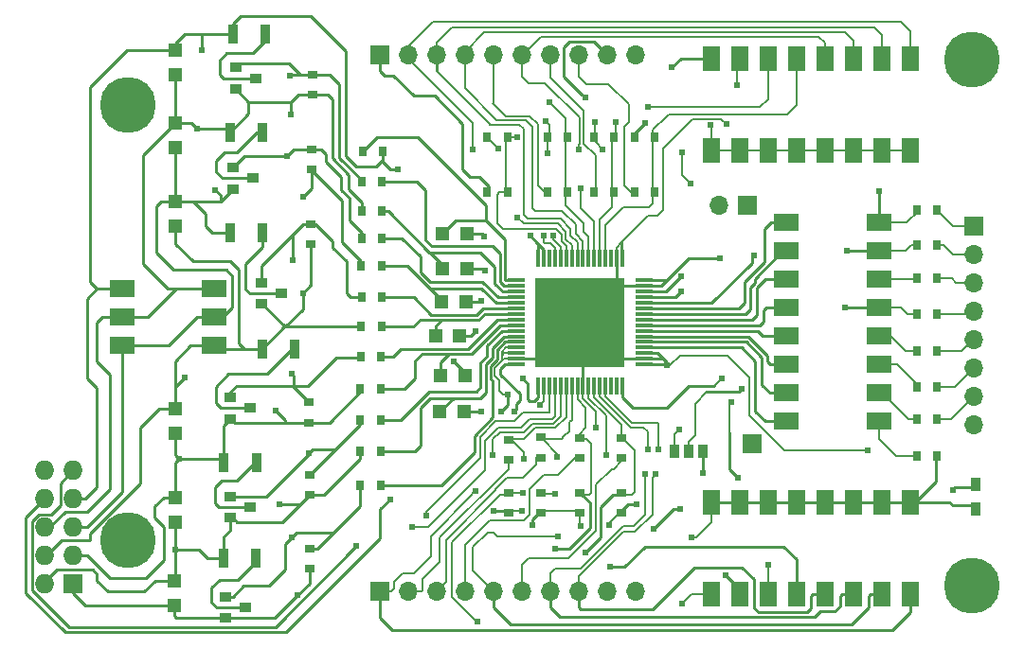
<source format=gbr>
G04 #@! TF.FileFunction,Copper,L1,Top,Signal*
%FSLAX46Y46*%
G04 Gerber Fmt 4.6, Leading zero omitted, Abs format (unit mm)*
G04 Created by KiCad (PCBNEW 4.0.7) date 05/28/18 23:31:17*
%MOMM*%
%LPD*%
G01*
G04 APERTURE LIST*
%ADD10C,0.100000*%
%ADD11C,5.000000*%
%ADD12R,2.200000X1.520000*%
%ADD13R,1.727200X1.727200*%
%ADD14O,1.727200X1.727200*%
%ADD15R,1.000000X0.910000*%
%ADD16R,0.800000X0.900000*%
%ADD17R,0.900000X0.800000*%
%ADD18R,0.900000X1.200000*%
%ADD19R,1.700000X1.700000*%
%ADD20O,1.700000X1.700000*%
%ADD21R,1.500000X0.300000*%
%ADD22R,0.300000X1.500000*%
%ADD23R,8.000000X8.000000*%
%ADD24C,0.400000*%
%ADD25R,0.900000X1.700000*%
%ADD26R,0.970000X1.270000*%
%ADD27R,1.520000X2.200000*%
%ADD28R,1.200000X1.250000*%
%ADD29R,1.250000X1.200000*%
%ADD30C,0.610000*%
%ADD31C,0.250000*%
%ADD32C,0.200000*%
%ADD33C,0.180000*%
G04 APERTURE END LIST*
D10*
D11*
X114000000Y-111800000D03*
X114000000Y-72860000D03*
X189410000Y-115880000D03*
D12*
X113450000Y-89270000D03*
X113450000Y-91810000D03*
X113450000Y-94350000D03*
X121710000Y-89270000D03*
X121710000Y-91810000D03*
X121710000Y-94350000D03*
D13*
X109100000Y-115700000D03*
D14*
X106560000Y-115700000D03*
X109100000Y-113160000D03*
X106560000Y-113160000D03*
X109100000Y-110620000D03*
X106560000Y-110620000D03*
X109100000Y-108080000D03*
X106560000Y-108080000D03*
X109100000Y-105540000D03*
X106560000Y-105540000D03*
D15*
X122670000Y-116850000D03*
X122670000Y-118750000D03*
X124440000Y-117800000D03*
X123120000Y-107900000D03*
X123120000Y-109800000D03*
X124890000Y-108850000D03*
X123160000Y-99020000D03*
X123160000Y-100920000D03*
X124930000Y-99970000D03*
X125950000Y-88750000D03*
X125950000Y-90650000D03*
X127720000Y-89700000D03*
X123610000Y-69500000D03*
X123610000Y-71400000D03*
X125380000Y-70450000D03*
X123350000Y-78450000D03*
X123350000Y-80350000D03*
X125120000Y-79400000D03*
D16*
X184480000Y-82280000D03*
X186280000Y-82280000D03*
X184510000Y-85340000D03*
X186310000Y-85340000D03*
X184510000Y-88370000D03*
X186310000Y-88370000D03*
X184510000Y-91560000D03*
X186310000Y-91560000D03*
X184510000Y-94890000D03*
X186310000Y-94890000D03*
X184510000Y-98040000D03*
X186310000Y-98040000D03*
X184510000Y-100950000D03*
X186310000Y-100950000D03*
X186310000Y-104250000D03*
X184510000Y-104250000D03*
X146090000Y-75740000D03*
X147890000Y-75740000D03*
X151460000Y-75720000D03*
X153260000Y-75720000D03*
X155610000Y-75740000D03*
X157410000Y-75740000D03*
X159250000Y-75720000D03*
X161050000Y-75720000D03*
X159250000Y-80650000D03*
X161050000Y-80650000D03*
X155610000Y-80670000D03*
X157410000Y-80670000D03*
X151460000Y-80670000D03*
X153260000Y-80670000D03*
X146090000Y-80670000D03*
X147890000Y-80670000D03*
D17*
X154340000Y-109340000D03*
X154340000Y-107540000D03*
X150860000Y-109330000D03*
X150860000Y-107530000D03*
X158060000Y-109350000D03*
X158060000Y-107550000D03*
X147980000Y-109350000D03*
X147980000Y-107550000D03*
X158060000Y-104420000D03*
X158060000Y-102620000D03*
X154340000Y-104410000D03*
X154340000Y-102610000D03*
X150860000Y-104400000D03*
X150860000Y-102600000D03*
X147980000Y-104610000D03*
X147980000Y-102810000D03*
X130230000Y-112560000D03*
X130230000Y-114360000D03*
D16*
X136540000Y-106870000D03*
X134740000Y-106870000D03*
X136540000Y-103860000D03*
X134740000Y-103860000D03*
D17*
X130260000Y-105930000D03*
X130260000Y-107730000D03*
D16*
X136540000Y-101040000D03*
X134740000Y-101040000D03*
X136550000Y-98220000D03*
X134750000Y-98220000D03*
D17*
X130150000Y-99460000D03*
X130150000Y-101260000D03*
D16*
X136600000Y-95370000D03*
X134800000Y-95370000D03*
X136640000Y-92700000D03*
X134840000Y-92700000D03*
D17*
X130300000Y-83530000D03*
X130300000Y-85330000D03*
D16*
X136640000Y-87260000D03*
X134840000Y-87260000D03*
D17*
X130380000Y-76790000D03*
X130380000Y-78590000D03*
D16*
X136690000Y-84760000D03*
X134890000Y-84760000D03*
X136700000Y-82360000D03*
X134900000Y-82360000D03*
D17*
X130490000Y-70120000D03*
X130490000Y-71920000D03*
D16*
X136690000Y-79720000D03*
X134890000Y-79720000D03*
X134930000Y-77010000D03*
X136730000Y-77010000D03*
D18*
X189740000Y-108980000D03*
X189740000Y-106780000D03*
D19*
X136480000Y-68330000D03*
D20*
X139020000Y-68330000D03*
X141560000Y-68330000D03*
X144100000Y-68330000D03*
X146640000Y-68330000D03*
X149180000Y-68330000D03*
X151720000Y-68330000D03*
X154260000Y-68330000D03*
X156800000Y-68330000D03*
X159340000Y-68330000D03*
D21*
X148700000Y-88550000D03*
X148700000Y-89050000D03*
X148700000Y-89550000D03*
X148700000Y-90050000D03*
X148700000Y-90550000D03*
X148700000Y-91050000D03*
X148700000Y-91550000D03*
X148700000Y-92050000D03*
X148700000Y-92550000D03*
X148700000Y-93050000D03*
X148700000Y-93550000D03*
X148700000Y-94050000D03*
X148700000Y-94550000D03*
X148700000Y-95050000D03*
X148700000Y-95550000D03*
X148700000Y-96050000D03*
D22*
X150650000Y-98000000D03*
X151150000Y-98000000D03*
X151650000Y-98000000D03*
X152150000Y-98000000D03*
X152650000Y-98000000D03*
X153150000Y-98000000D03*
X153650000Y-98000000D03*
X154150000Y-98000000D03*
X154650000Y-98000000D03*
X155150000Y-98000000D03*
X155650000Y-98000000D03*
X156150000Y-98000000D03*
X156650000Y-98000000D03*
X157150000Y-98000000D03*
X157650000Y-98000000D03*
X158150000Y-98000000D03*
D21*
X160100000Y-96050000D03*
X160100000Y-95550000D03*
X160100000Y-95050000D03*
X160100000Y-94550000D03*
X160100000Y-94050000D03*
X160100000Y-93550000D03*
X160100000Y-93050000D03*
X160100000Y-92550000D03*
X160100000Y-92050000D03*
X160100000Y-91550000D03*
X160100000Y-91050000D03*
X160100000Y-90550000D03*
X160100000Y-90050000D03*
X160100000Y-89550000D03*
X160100000Y-89050000D03*
X160100000Y-88550000D03*
D22*
X158150000Y-86600000D03*
X157650000Y-86600000D03*
X157150000Y-86600000D03*
X156650000Y-86600000D03*
X156150000Y-86600000D03*
X155650000Y-86600000D03*
X155150000Y-86600000D03*
X154650000Y-86600000D03*
X154150000Y-86600000D03*
X153650000Y-86600000D03*
X153150000Y-86600000D03*
X152650000Y-86600000D03*
X152150000Y-86600000D03*
X151650000Y-86600000D03*
X151150000Y-86600000D03*
X150650000Y-86600000D03*
D23*
X154400000Y-92300000D03*
D24*
X157650000Y-89050000D03*
X156350000Y-89050000D03*
X155050000Y-89050000D03*
X153750000Y-89050000D03*
X152450000Y-89050000D03*
X151150000Y-89050000D03*
X151150000Y-90350000D03*
X151150000Y-91650000D03*
X152450000Y-91650000D03*
X152450000Y-90350000D03*
X153750000Y-90350000D03*
X153750000Y-91650000D03*
X155050000Y-91650000D03*
X155050000Y-90350000D03*
X156350000Y-90350000D03*
X156350000Y-91650000D03*
X157650000Y-90350000D03*
X157650000Y-91650000D03*
X151150000Y-92950000D03*
X151150000Y-94250000D03*
X151150000Y-95550000D03*
X152450000Y-95550000D03*
X152450000Y-94250000D03*
X152450000Y-92950000D03*
X153750000Y-92950000D03*
X153750000Y-94250000D03*
X153750000Y-95550000D03*
X155050000Y-95550000D03*
X155050000Y-94250000D03*
X155050000Y-92950000D03*
X156350000Y-92950000D03*
X156350000Y-94250000D03*
X156350000Y-95550000D03*
X157650000Y-95550000D03*
X157650000Y-94250000D03*
X157650000Y-92950000D03*
D25*
X122490000Y-113390000D03*
X125390000Y-113390000D03*
X122550000Y-104830000D03*
X125450000Y-104830000D03*
X125960000Y-94720000D03*
X128860000Y-94720000D03*
X123110000Y-84270000D03*
X126010000Y-84270000D03*
X123100000Y-75290000D03*
X126000000Y-75290000D03*
X123370000Y-66500000D03*
X126270000Y-66500000D03*
D19*
X169320000Y-81810000D03*
D20*
X166780000Y-81810000D03*
D19*
X189600000Y-83650000D03*
D20*
X189600000Y-86190000D03*
X189600000Y-88730000D03*
X189600000Y-91270000D03*
X189600000Y-93810000D03*
X189600000Y-96350000D03*
X189600000Y-98890000D03*
X189600000Y-101430000D03*
D12*
X172840000Y-83350000D03*
X172840000Y-85890000D03*
X172840000Y-88430000D03*
X172840000Y-90970000D03*
X172840000Y-93510000D03*
X172840000Y-96050000D03*
X172840000Y-98590000D03*
X172840000Y-101130000D03*
X181100000Y-83350000D03*
X181100000Y-85890000D03*
X181100000Y-88430000D03*
X181100000Y-90970000D03*
X181100000Y-93510000D03*
X181100000Y-96050000D03*
X181100000Y-98590000D03*
X181100000Y-101130000D03*
D19*
X136480000Y-116330000D03*
D20*
X139020000Y-116330000D03*
X141560000Y-116330000D03*
X144100000Y-116330000D03*
X146640000Y-116330000D03*
X149180000Y-116330000D03*
X151720000Y-116330000D03*
X154260000Y-116330000D03*
X156800000Y-116330000D03*
X159340000Y-116330000D03*
D26*
X162830000Y-103810000D03*
X164100000Y-103810000D03*
X165370000Y-103810000D03*
D19*
X169740000Y-103150000D03*
D27*
X183890000Y-68670000D03*
X181350000Y-68670000D03*
X178810000Y-68670000D03*
X176270000Y-68670000D03*
X173730000Y-68670000D03*
X171190000Y-68670000D03*
X168650000Y-68670000D03*
X166110000Y-68670000D03*
X183890000Y-76930000D03*
X181350000Y-76930000D03*
X178810000Y-76930000D03*
X176270000Y-76930000D03*
X173730000Y-76930000D03*
X171190000Y-76930000D03*
X168650000Y-76930000D03*
X166110000Y-76930000D03*
X166110000Y-116630000D03*
X168650000Y-116630000D03*
X171190000Y-116630000D03*
X173730000Y-116630000D03*
X176270000Y-116630000D03*
X178810000Y-116630000D03*
X181350000Y-116630000D03*
X183890000Y-116630000D03*
X166110000Y-108370000D03*
X168650000Y-108370000D03*
X171190000Y-108370000D03*
X173730000Y-108370000D03*
X176270000Y-108370000D03*
X178810000Y-108370000D03*
X181350000Y-108370000D03*
X183890000Y-108370000D03*
D16*
X136660000Y-90040000D03*
X134860000Y-90040000D03*
D28*
X142050000Y-84380000D03*
X144250000Y-84380000D03*
D29*
X118250000Y-67920000D03*
X118250000Y-70120000D03*
D28*
X142050000Y-87530000D03*
X144250000Y-87530000D03*
D29*
X118230000Y-74460000D03*
X118230000Y-76660000D03*
D28*
X142010000Y-90490000D03*
X144210000Y-90490000D03*
D29*
X118220000Y-81460000D03*
X118220000Y-83660000D03*
D28*
X141450000Y-93510000D03*
X143650000Y-93510000D03*
D29*
X118190000Y-100040000D03*
X118190000Y-102240000D03*
D28*
X141910000Y-97040000D03*
X144110000Y-97040000D03*
D29*
X118240000Y-107980000D03*
X118240000Y-110180000D03*
D28*
X141870000Y-100290000D03*
X144070000Y-100290000D03*
D29*
X118130000Y-115410000D03*
X118130000Y-117610000D03*
D11*
X189410000Y-68780000D03*
D30*
X147310000Y-100310000D03*
X129140000Y-116740000D03*
X145540000Y-100280000D03*
X143070000Y-95790000D03*
X145020000Y-93100000D03*
X145580000Y-90380000D03*
X145880000Y-87680000D03*
X145840000Y-84600000D03*
X160170000Y-74430000D03*
X180120000Y-103790000D03*
X167480000Y-74560000D03*
X156430000Y-76840000D03*
X151300000Y-74310000D03*
X151520000Y-77200000D03*
X147120000Y-76770000D03*
X165370000Y-105790000D03*
X155820000Y-101720000D03*
X147910000Y-98770000D03*
X164340000Y-111500000D03*
X162120000Y-96160000D03*
X166890000Y-86570000D03*
X155720000Y-74380000D03*
X137420000Y-108120000D03*
X167940000Y-99400000D03*
X146630000Y-109210000D03*
X150100000Y-110470000D03*
X159420000Y-108540000D03*
X160940000Y-110780000D03*
X163340000Y-108980000D03*
X168490000Y-106180000D03*
X149210000Y-109210000D03*
X156950000Y-110410000D03*
X154450000Y-110530000D03*
X167070000Y-97320000D03*
X150770000Y-99690000D03*
X163400000Y-88210000D03*
X148510000Y-100250000D03*
X149240000Y-97340000D03*
X151170000Y-84520000D03*
X139360000Y-110600000D03*
X138100000Y-78620000D03*
X120540000Y-67970000D03*
X149930000Y-84550000D03*
X166060000Y-74650000D03*
X154830000Y-72210000D03*
X145050000Y-107370000D03*
X146600000Y-104210000D03*
X161150000Y-105880000D03*
X161360000Y-103660000D03*
X160200000Y-105870000D03*
X160420000Y-103650000D03*
X152380000Y-111430000D03*
X156690000Y-104210000D03*
X148800000Y-82920000D03*
X144760000Y-76850000D03*
X154260000Y-76790000D03*
X154470000Y-80310000D03*
X187680000Y-107270000D03*
X128480000Y-70250000D03*
X128200000Y-77420000D03*
X128670000Y-86690000D03*
X128610000Y-96880000D03*
X130150000Y-104020000D03*
X128600000Y-111530000D03*
X120150000Y-75000000D03*
X128500000Y-73710000D03*
X129660000Y-81040000D03*
X121800000Y-80470000D03*
X119090000Y-97250000D03*
X129600000Y-89670000D03*
X118540000Y-104550000D03*
X127190000Y-100200000D03*
X127540000Y-108570000D03*
X118230000Y-112640000D03*
X134400000Y-112340000D03*
X163210000Y-101910000D03*
X169970000Y-86320000D03*
X168840000Y-98250000D03*
X163520000Y-117440000D03*
X145230000Y-119040000D03*
X149300000Y-107550000D03*
X149370000Y-104550000D03*
X167400000Y-114920000D03*
X152140000Y-107630000D03*
X152370000Y-104370000D03*
X171240000Y-114020000D03*
X152200000Y-112540000D03*
X157030000Y-114200000D03*
X154870000Y-112900000D03*
X162590000Y-69490000D03*
X148780000Y-75740000D03*
X157540000Y-74410000D03*
X160490000Y-73050000D03*
X168450000Y-71080000D03*
X151670000Y-72580000D03*
X163380000Y-89540000D03*
X164230000Y-79850000D03*
X163520000Y-77050000D03*
X151970000Y-84550000D03*
X140620000Y-109590000D03*
X181110000Y-80530000D03*
X178250000Y-85870000D03*
X178100000Y-90970000D03*
D31*
X147910000Y-99710000D02*
X147910000Y-98770000D01*
X147310000Y-100310000D02*
X147910000Y-99710000D01*
X129140000Y-116740000D02*
X130230000Y-115650000D01*
X130230000Y-115650000D02*
X130230000Y-114360000D01*
X122670000Y-118750000D02*
X127130000Y-118750000D01*
X127130000Y-118750000D02*
X129140000Y-116740000D01*
X109100000Y-115700000D02*
X109100000Y-116560000D01*
X109100000Y-116560000D02*
X110150000Y-117610000D01*
X110150000Y-117610000D02*
X118130000Y-117610000D01*
X118130000Y-117610000D02*
X118130000Y-118580000D01*
X118300000Y-118750000D02*
X122670000Y-118750000D01*
X118130000Y-118580000D02*
X118300000Y-118750000D01*
X145530000Y-100290000D02*
X144070000Y-100290000D01*
X145540000Y-100280000D02*
X145530000Y-100290000D01*
X143070000Y-95790000D02*
X144110000Y-96830000D01*
X144110000Y-96830000D02*
X144110000Y-97040000D01*
X144610000Y-93510000D02*
X143650000Y-93510000D01*
X145020000Y-93100000D02*
X144610000Y-93510000D01*
X145470000Y-90490000D02*
X144210000Y-90490000D01*
X145580000Y-90380000D02*
X145470000Y-90490000D01*
X144250000Y-84380000D02*
X145620000Y-84380000D01*
X145730000Y-87530000D02*
X144250000Y-87530000D01*
X145880000Y-87680000D02*
X145730000Y-87530000D01*
X145620000Y-84380000D02*
X145840000Y-84600000D01*
D32*
X147385000Y-95245000D02*
X147385000Y-94925000D01*
X147385000Y-94925000D02*
X147760000Y-94550000D01*
X147760000Y-94550000D02*
X148700000Y-94550000D01*
D31*
X159250000Y-75720000D02*
X159250000Y-75350000D01*
X159250000Y-75350000D02*
X160170000Y-74430000D01*
X158125000Y-85125000D02*
X158125000Y-86575000D01*
X158125000Y-86575000D02*
X158150000Y-86600000D01*
X160100000Y-88550000D02*
X162100000Y-88550000D01*
X162100000Y-88550000D02*
X162110000Y-88540000D01*
X161770000Y-95550000D02*
X161770000Y-95510000D01*
X161310000Y-95050000D02*
X160100000Y-95050000D01*
X161770000Y-95510000D02*
X161310000Y-95050000D01*
X162120000Y-96160000D02*
X162120000Y-95850000D01*
X161820000Y-95550000D02*
X161770000Y-95550000D01*
X161770000Y-95550000D02*
X160100000Y-95550000D01*
X162120000Y-95850000D02*
X161820000Y-95550000D01*
D32*
X147385000Y-95725000D02*
X147385000Y-95245000D01*
X147580000Y-95050000D02*
X148700000Y-95050000D01*
X147385000Y-95245000D02*
X147580000Y-95050000D01*
X162120000Y-96160000D02*
X162410000Y-96160000D01*
X180060000Y-103730000D02*
X180120000Y-103790000D01*
X172660000Y-103730000D02*
X180060000Y-103730000D01*
X169550000Y-100620000D02*
X172660000Y-103730000D01*
X169550000Y-97270000D02*
X169550000Y-100620000D01*
X167530000Y-95250000D02*
X169550000Y-97270000D01*
X163320000Y-95250000D02*
X167530000Y-95250000D01*
X162410000Y-96160000D02*
X163320000Y-95250000D01*
D31*
X183890000Y-108370000D02*
X187400000Y-108370000D01*
X187710000Y-108680000D02*
X189740000Y-108680000D01*
X187400000Y-108370000D02*
X187710000Y-108680000D01*
D32*
X164470000Y-74090000D02*
X167010000Y-74090000D01*
X167010000Y-74090000D02*
X167480000Y-74560000D01*
X161850000Y-76710000D02*
X164470000Y-74090000D01*
X161850000Y-82260000D02*
X161850000Y-76710000D01*
X161330000Y-82780000D02*
X161850000Y-82260000D01*
X160470000Y-82780000D02*
X161330000Y-82780000D01*
X157650000Y-86600000D02*
X157650000Y-85600000D01*
X157650000Y-85600000D02*
X158125000Y-85125000D01*
X158125000Y-85125000D02*
X160470000Y-82780000D01*
D31*
X183890000Y-108370000D02*
X184360000Y-108370000D01*
X184360000Y-108370000D02*
X186160000Y-106570000D01*
X186160000Y-106570000D02*
X186160000Y-104250000D01*
D32*
X155760000Y-75740000D02*
X155760000Y-76170000D01*
X155760000Y-76170000D02*
X156430000Y-76840000D01*
X155720000Y-74380000D02*
X155720000Y-75700000D01*
X155720000Y-75700000D02*
X155760000Y-75740000D01*
X151610000Y-75720000D02*
X151610000Y-74620000D01*
X151610000Y-74620000D02*
X151300000Y-74310000D01*
X151520000Y-77200000D02*
X151520000Y-75810000D01*
X151520000Y-75810000D02*
X151610000Y-75720000D01*
X146240000Y-75740000D02*
X146240000Y-75890000D01*
X146240000Y-75890000D02*
X147120000Y-76770000D01*
D31*
X165370000Y-103810000D02*
X165370000Y-105790000D01*
D32*
X155820000Y-101720000D02*
X155820000Y-100274828D01*
X155820000Y-100274828D02*
X154650000Y-99104828D01*
X154650000Y-99104828D02*
X154650000Y-98000000D01*
X146764999Y-96345001D02*
X147385000Y-95725000D01*
X147485736Y-98770000D02*
X147170000Y-98454264D01*
X147910000Y-98770000D02*
X147485736Y-98770000D01*
X146764999Y-97082001D02*
X146764999Y-96345001D01*
X147170000Y-97487002D02*
X146764999Y-97082001D01*
X147170000Y-98454264D02*
X147170000Y-97487002D01*
X147385000Y-95725000D02*
X147560000Y-95550000D01*
X147560000Y-95550000D02*
X148700000Y-95550000D01*
X164340000Y-111500000D02*
X164771335Y-111500000D01*
X164771335Y-111500000D02*
X166110000Y-110161335D01*
X166110000Y-110161335D02*
X166110000Y-108370000D01*
X155760000Y-75740000D02*
X155830000Y-75740000D01*
D31*
X181350000Y-108370000D02*
X183890000Y-108370000D01*
X178810000Y-108370000D02*
X181350000Y-108370000D01*
X176270000Y-108370000D02*
X178810000Y-108370000D01*
X173730000Y-108370000D02*
X176270000Y-108370000D01*
X171190000Y-108370000D02*
X173730000Y-108370000D01*
X168650000Y-108370000D02*
X171190000Y-108370000D01*
X166110000Y-108370000D02*
X168650000Y-108370000D01*
X162010000Y-96050000D02*
X160100000Y-96050000D01*
X162120000Y-96160000D02*
X162010000Y-96050000D01*
X160100000Y-89050000D02*
X161600000Y-89050000D01*
X164080000Y-86570000D02*
X166890000Y-86570000D01*
X161600000Y-89050000D02*
X162110000Y-88540000D01*
X162110000Y-88540000D02*
X164080000Y-86570000D01*
X154650000Y-98000000D02*
X154650000Y-92550000D01*
X154650000Y-92550000D02*
X154400000Y-92300000D01*
X148700000Y-95550000D02*
X151150000Y-95550000D01*
X151150000Y-95550000D02*
X154400000Y-92300000D01*
X157650000Y-86600000D02*
X157650000Y-89050000D01*
X157650000Y-89050000D02*
X154400000Y-92300000D01*
X160100000Y-89050000D02*
X157650000Y-89050000D01*
X157650000Y-89050000D02*
X154400000Y-92300000D01*
X160100000Y-95550000D02*
X157650000Y-95550000D01*
X157650000Y-95550000D02*
X154400000Y-92300000D01*
X106560000Y-108080000D02*
X106560000Y-108090000D01*
X106560000Y-108090000D02*
X104850000Y-109800000D01*
X104850000Y-109800000D02*
X104850000Y-116500000D01*
X104850000Y-116500000D02*
X108370000Y-120020000D01*
X108370000Y-120020000D02*
X128100000Y-120020000D01*
X128100000Y-120020000D02*
X136530000Y-111590000D01*
X136530000Y-111590000D02*
X136530000Y-109010000D01*
X136530000Y-109010000D02*
X137420000Y-108120000D01*
X162170000Y-99910000D02*
X164080000Y-98000000D01*
X164080000Y-98000000D02*
X166390000Y-98000000D01*
X159060000Y-99910000D02*
X162170000Y-99910000D01*
X158150000Y-98000000D02*
X158150000Y-99000000D01*
X158150000Y-99000000D02*
X159060000Y-99910000D01*
D32*
X167720000Y-102124264D02*
X167720000Y-99620000D01*
X167720000Y-99620000D02*
X167940000Y-99400000D01*
D31*
X150100000Y-110470000D02*
X150100000Y-109940000D01*
X150100000Y-109940000D02*
X150860000Y-109180000D01*
X159420000Y-108540000D02*
X158720000Y-108540000D01*
X158720000Y-108540000D02*
X158060000Y-109200000D01*
X163340000Y-108980000D02*
X162740000Y-108980000D01*
X162740000Y-108980000D02*
X160940000Y-110780000D01*
X167720000Y-102124264D02*
X167720000Y-105410000D01*
X167720000Y-105410000D02*
X168490000Y-106180000D01*
X146630000Y-109210000D02*
X147970000Y-109210000D01*
X147970000Y-109210000D02*
X147980000Y-109200000D01*
D32*
X150860000Y-109180000D02*
X154330000Y-109180000D01*
X147980000Y-109200000D02*
X149200000Y-109200000D01*
X149200000Y-109200000D02*
X149210000Y-109210000D01*
X156950000Y-110410000D02*
X156950000Y-110310000D01*
X156950000Y-110310000D02*
X158060000Y-109200000D01*
X154340000Y-109190000D02*
X154340000Y-110420000D01*
X154340000Y-110420000D02*
X154450000Y-110530000D01*
X154330000Y-109180000D02*
X154340000Y-109190000D01*
X166390000Y-98000000D02*
X167070000Y-97320000D01*
X150770000Y-99690000D02*
X151150000Y-99310000D01*
X151150000Y-99310000D02*
X151150000Y-98000000D01*
D31*
X160100000Y-89550000D02*
X162060000Y-89550000D01*
X162060000Y-89550000D02*
X163400000Y-88210000D01*
X147700000Y-96050000D02*
X147260000Y-96490000D01*
X148700000Y-96050000D02*
X147700000Y-96050000D01*
X147260000Y-96490000D02*
X147260000Y-96970000D01*
X147260000Y-96970000D02*
X149000000Y-98710000D01*
X149000000Y-99270000D02*
X148700000Y-99570000D01*
X149000000Y-98710000D02*
X149000000Y-99270000D01*
X148700000Y-100060000D02*
X148700000Y-99570000D01*
X148510000Y-100250000D02*
X148700000Y-100060000D01*
X149900000Y-99340000D02*
X149697410Y-99137410D01*
X149697410Y-99137410D02*
X149697410Y-97797410D01*
X149697410Y-97797410D02*
X149240000Y-97340000D01*
X150280000Y-99340000D02*
X149900000Y-99340000D01*
X150512401Y-99107599D02*
X150280000Y-99340000D01*
X150650000Y-98000000D02*
X150650000Y-99000000D01*
X150650000Y-99000000D02*
X150542401Y-99107599D01*
X150542401Y-99107599D02*
X150512401Y-99107599D01*
D32*
X152150000Y-86600000D02*
X152150000Y-85620000D01*
X151170000Y-85140000D02*
X151170000Y-84520000D01*
X151250000Y-85220000D02*
X151170000Y-85140000D01*
X151750000Y-85220000D02*
X151250000Y-85220000D01*
X152150000Y-85620000D02*
X151750000Y-85220000D01*
X141160000Y-110240000D02*
X140800000Y-110600000D01*
X140800000Y-110600000D02*
X139360000Y-110600000D01*
X141160000Y-110230000D02*
X141160000Y-110240000D01*
X152150000Y-98000000D02*
X152150000Y-100685172D01*
X152150000Y-100685172D02*
X151895172Y-100940000D01*
X151895172Y-100940000D02*
X149880000Y-100940000D01*
X149100010Y-101719990D02*
X147050010Y-101719990D01*
X149880000Y-100940000D02*
X149100010Y-101719990D01*
X147050010Y-101719990D02*
X145860000Y-102910000D01*
X145860000Y-102910000D02*
X145860000Y-105530000D01*
X145860000Y-105530000D02*
X141160000Y-110230000D01*
D31*
X118250000Y-67920000D02*
X113880000Y-67920000D01*
X113880000Y-67920000D02*
X110600000Y-71200000D01*
X110600000Y-71200000D02*
X110600000Y-88650000D01*
X110600000Y-88650000D02*
X111220000Y-89270000D01*
X136730000Y-77900000D02*
X137450000Y-78620000D01*
X137450000Y-78620000D02*
X138100000Y-78620000D01*
X136730000Y-77780000D02*
X136730000Y-77900000D01*
X109100000Y-108080000D02*
X110140000Y-108080000D01*
X111220000Y-89270000D02*
X113450000Y-89270000D01*
X110300000Y-90190000D02*
X111220000Y-89270000D01*
X110300000Y-97300000D02*
X110300000Y-90190000D01*
X111170000Y-98170000D02*
X110300000Y-97300000D01*
X111170000Y-107050000D02*
X111170000Y-98170000D01*
X110140000Y-108080000D02*
X111170000Y-107050000D01*
X120600000Y-66500000D02*
X120600000Y-67910000D01*
X120600000Y-67910000D02*
X120540000Y-67970000D01*
X118250000Y-67920000D02*
X118250000Y-67340000D01*
X118250000Y-67340000D02*
X119090000Y-66500000D01*
X119090000Y-66500000D02*
X120600000Y-66500000D01*
X120600000Y-66500000D02*
X123370000Y-66500000D01*
X123370000Y-66500000D02*
X123370000Y-65590000D01*
X136730000Y-77780000D02*
X136730000Y-77010000D01*
X136140000Y-78370000D02*
X136730000Y-77780000D01*
X134420000Y-78370000D02*
X136140000Y-78370000D01*
X133480000Y-77430000D02*
X134420000Y-78370000D01*
X133480000Y-68050000D02*
X133480000Y-77430000D01*
X130330000Y-64900000D02*
X133480000Y-68050000D01*
X124060000Y-64900000D02*
X130330000Y-64900000D01*
X123370000Y-65590000D02*
X124060000Y-64900000D01*
X150470000Y-85120000D02*
X150470000Y-85090000D01*
X150470000Y-85090000D02*
X149930000Y-84550000D01*
X151140000Y-85790000D02*
X150470000Y-85120000D01*
X150650000Y-86600000D02*
X150650000Y-85300000D01*
D32*
X150650000Y-85300000D02*
X150470000Y-85120000D01*
D31*
X151140000Y-85870000D02*
X151140000Y-85790000D01*
X151150000Y-86600000D02*
X151150000Y-85880000D01*
X151150000Y-85880000D02*
X151140000Y-85870000D01*
D32*
X181350000Y-76930000D02*
X183890000Y-76930000D01*
X178810000Y-76930000D02*
X181350000Y-76930000D01*
X176270000Y-76930000D02*
X178810000Y-76930000D01*
X173730000Y-76930000D02*
X176270000Y-76930000D01*
X171190000Y-76930000D02*
X173730000Y-76930000D01*
X168650000Y-76930000D02*
X171190000Y-76930000D01*
X166110000Y-76930000D02*
X168650000Y-76930000D01*
X166110000Y-74700000D02*
X166110000Y-76930000D01*
X166060000Y-74650000D02*
X166110000Y-74700000D01*
D31*
X147680000Y-88530000D02*
X147680000Y-84840000D01*
X147680000Y-84840000D02*
X147430000Y-84590000D01*
X148700000Y-88550000D02*
X147700000Y-88550000D01*
X147700000Y-88550000D02*
X147680000Y-88530000D01*
X145980000Y-83140000D02*
X143290000Y-83140000D01*
X143290000Y-83140000D02*
X142050000Y-84380000D01*
X136220000Y-75720000D02*
X134930000Y-77010000D01*
X139850000Y-75720000D02*
X136220000Y-75720000D01*
X145980000Y-81850000D02*
X139850000Y-75720000D01*
X145980000Y-83140000D02*
X145980000Y-81850000D01*
X147430000Y-84590000D02*
X145980000Y-83140000D01*
X148700000Y-89550000D02*
X147480000Y-89550000D01*
X145460000Y-86030000D02*
X140910000Y-86030000D01*
X146780000Y-87350000D02*
X145460000Y-86030000D01*
X146780000Y-88850000D02*
X146780000Y-87350000D01*
X147480000Y-89550000D02*
X146780000Y-88850000D01*
X136700000Y-82360000D02*
X137240000Y-82360000D01*
X137240000Y-82360000D02*
X140910000Y-86030000D01*
X140910000Y-86030000D02*
X141145000Y-86265000D01*
X141145000Y-86265000D02*
X142050000Y-87170000D01*
X142050000Y-87170000D02*
X142050000Y-87530000D01*
X140945000Y-89245000D02*
X145575000Y-89245000D01*
X146880000Y-90550000D02*
X148700000Y-90550000D01*
X145575000Y-89245000D02*
X146880000Y-90550000D01*
X136640000Y-87260000D02*
X138960000Y-87260000D01*
X138960000Y-87260000D02*
X140945000Y-89245000D01*
X140945000Y-89245000D02*
X142010000Y-90310000D01*
X142010000Y-90310000D02*
X142010000Y-90490000D01*
X142220000Y-92070000D02*
X145340000Y-92070000D01*
X140100000Y-92070000D02*
X142220000Y-92070000D01*
X142220000Y-92070000D02*
X142015000Y-92070000D01*
X142015000Y-92070000D02*
X141450000Y-92635000D01*
X141450000Y-92635000D02*
X141450000Y-93510000D01*
X136640000Y-92700000D02*
X139470000Y-92700000D01*
X139470000Y-92700000D02*
X140100000Y-92070000D01*
X145340000Y-92070000D02*
X145860000Y-91550000D01*
X145860000Y-91550000D02*
X148700000Y-91550000D01*
X141910000Y-97040000D02*
X141910000Y-95860000D01*
X141910000Y-95860000D02*
X142687590Y-95082410D01*
X136550000Y-98220000D02*
X138710000Y-98220000D01*
X138710000Y-98220000D02*
X139630000Y-97300000D01*
X139630000Y-97300000D02*
X139630000Y-95740000D01*
X139630000Y-95740000D02*
X140287590Y-95082410D01*
X140287590Y-95082410D02*
X142687590Y-95082410D01*
X142687590Y-95082410D02*
X144727590Y-95082410D01*
X144727590Y-95082410D02*
X147260000Y-92550000D01*
X147260000Y-92550000D02*
X148700000Y-92550000D01*
X143080000Y-99080000D02*
X141000000Y-99080000D01*
X139610000Y-103860000D02*
X136540000Y-103860000D01*
X140110000Y-103360000D02*
X139610000Y-103860000D01*
X140110000Y-99970000D02*
X140110000Y-103360000D01*
X141000000Y-99080000D02*
X140110000Y-99970000D01*
X148700000Y-93550000D02*
X147560000Y-93550000D01*
X143080000Y-99080000D02*
X141870000Y-100290000D01*
X145430000Y-99080000D02*
X143080000Y-99080000D01*
X145940000Y-98570000D02*
X145430000Y-99080000D01*
X145940000Y-96040918D02*
X145940000Y-98570000D01*
X146540000Y-95440918D02*
X145940000Y-96040918D01*
X146540000Y-94570000D02*
X146540000Y-95440918D01*
X147560000Y-93550000D02*
X146540000Y-94570000D01*
X154830000Y-72210000D02*
X154530001Y-71910001D01*
X154530001Y-71910001D02*
X154530001Y-71880002D01*
X154530001Y-71880002D02*
X152920000Y-70270001D01*
X153390000Y-67180000D02*
X155650000Y-67180000D01*
X155650000Y-67180000D02*
X156800000Y-68330000D01*
X152920000Y-67650000D02*
X153390000Y-67180000D01*
X152920000Y-70270001D02*
X152920000Y-67650000D01*
X136480000Y-116330000D02*
X136480000Y-118740000D01*
X183890000Y-118220000D02*
X183890000Y-116630000D01*
X182280000Y-119830000D02*
X183890000Y-118220000D01*
X137570000Y-119830000D02*
X182280000Y-119830000D01*
X136480000Y-118740000D02*
X137570000Y-119830000D01*
D32*
X137750000Y-116110000D02*
X137530000Y-116330000D01*
X137530000Y-116330000D02*
X136480000Y-116330000D01*
X137750000Y-115530000D02*
X137750000Y-116110000D01*
X138510000Y-114770000D02*
X137750000Y-115530000D01*
X139520000Y-114770000D02*
X138510000Y-114770000D01*
X141030000Y-113260000D02*
X139520000Y-114770000D01*
X141030000Y-111440000D02*
X141030000Y-113260000D01*
X144750001Y-107719999D02*
X141030000Y-111440000D01*
X145050000Y-107370000D02*
X144750001Y-107669999D01*
X144750001Y-107669999D02*
X144750001Y-107719999D01*
D31*
X183890000Y-116940000D02*
X183890000Y-116630000D01*
X183890000Y-116970000D02*
X183890000Y-116630000D01*
D32*
X147220000Y-102100000D02*
X146600000Y-102720000D01*
X146600000Y-102720000D02*
X146600000Y-104210000D01*
X149370000Y-102100000D02*
X147220000Y-102100000D01*
X150100000Y-101370000D02*
X149370000Y-102100000D01*
X152002586Y-101370000D02*
X150100000Y-101370000D01*
X152650000Y-100722586D02*
X152002586Y-101370000D01*
X152650000Y-98000000D02*
X152650000Y-100722586D01*
D31*
X154260000Y-116330000D02*
X154260000Y-117790000D01*
X154260000Y-117790000D02*
X154410000Y-117940000D01*
X154410000Y-117940000D02*
X160870000Y-117940000D01*
X160870000Y-117940000D02*
X164590000Y-114220000D01*
X175220000Y-116630000D02*
X176270000Y-116630000D01*
X164590000Y-114220000D02*
X168860000Y-114220000D01*
X169940000Y-117870000D02*
X170330000Y-118260000D01*
X168860000Y-114220000D02*
X169940000Y-115300000D01*
X169940000Y-115300000D02*
X169940000Y-117870000D01*
X174650000Y-118260000D02*
X175050000Y-117860000D01*
X170330000Y-118260000D02*
X174650000Y-118260000D01*
X175050000Y-117860000D02*
X175050000Y-116800000D01*
X175050000Y-116800000D02*
X175220000Y-116630000D01*
D32*
X158267414Y-111030000D02*
X154260000Y-115037414D01*
X154260000Y-115037414D02*
X154260000Y-116330000D01*
X160845001Y-109494999D02*
X159310000Y-111030000D01*
X159310000Y-111030000D02*
X158267414Y-111030000D01*
X161150000Y-105880000D02*
X160845001Y-106184999D01*
X160845001Y-106184999D02*
X160845001Y-109494999D01*
X159050000Y-101290000D02*
X161310000Y-101290000D01*
X161310000Y-101290000D02*
X161360000Y-101340000D01*
X156650000Y-98000000D02*
X156650000Y-98890000D01*
X161360000Y-101340000D02*
X161360000Y-103660000D01*
X156650000Y-98890000D02*
X159050000Y-101290000D01*
D31*
X151720000Y-116330000D02*
X151720000Y-117840000D01*
X151720000Y-117840000D02*
X152570010Y-118690010D01*
X152570010Y-118690010D02*
X175339990Y-118690010D01*
X175339990Y-118690010D02*
X175890000Y-118140000D01*
X175890000Y-118140000D02*
X177169002Y-118140000D01*
X177169002Y-118140000D02*
X177630000Y-117679002D01*
X177630000Y-117679002D02*
X177630000Y-116800000D01*
X177630000Y-116800000D02*
X177800000Y-116630000D01*
X177800000Y-116630000D02*
X178810000Y-116630000D01*
D32*
X152140000Y-114330000D02*
X151720000Y-114750000D01*
X151720000Y-114750000D02*
X151720000Y-116330000D01*
X154430000Y-114330000D02*
X152140000Y-114330000D01*
X158240000Y-110520000D02*
X154430000Y-114330000D01*
X159190000Y-110520000D02*
X158240000Y-110520000D01*
X160200000Y-105870000D02*
X160200000Y-109510000D01*
X160200000Y-109510000D02*
X159190000Y-110520000D01*
X160070000Y-101710000D02*
X160420000Y-102060000D01*
X160420000Y-102060000D02*
X160420000Y-103650000D01*
X158910000Y-101710000D02*
X160070000Y-101710000D01*
X156150000Y-98000000D02*
X156150000Y-98950000D01*
X156150000Y-98950000D02*
X158910000Y-101710000D01*
X152380000Y-111430000D02*
X147010000Y-111430000D01*
X147010000Y-111430000D02*
X146680000Y-111100000D01*
X146680000Y-111100000D02*
X146114198Y-111100000D01*
X146114198Y-111100000D02*
X144790000Y-112424198D01*
X144790000Y-112424198D02*
X144790000Y-114480000D01*
X144790000Y-114480000D02*
X146640000Y-116330000D01*
D31*
X146640000Y-116330000D02*
X146640000Y-117780000D01*
X146640000Y-117780000D02*
X148155001Y-119295001D01*
X148155001Y-119295001D02*
X178644999Y-119295001D01*
X180160000Y-117780000D02*
X180160000Y-116810000D01*
X178644999Y-119295001D02*
X180160000Y-117780000D01*
X180160000Y-116810000D02*
X180340000Y-116630000D01*
X180340000Y-116630000D02*
X181350000Y-116630000D01*
D32*
X155150000Y-99067414D02*
X156690000Y-100607414D01*
X156690000Y-100607414D02*
X156690000Y-104210000D01*
X155150000Y-98000000D02*
X155150000Y-99067414D01*
X153650000Y-86600000D02*
X153650000Y-85350000D01*
X149330000Y-83450000D02*
X148800000Y-82920000D01*
X152430000Y-83450000D02*
X149330000Y-83450000D01*
X153130000Y-84150000D02*
X152430000Y-83450000D01*
X153130000Y-84830000D02*
X153130000Y-84150000D01*
X153650000Y-85350000D02*
X153130000Y-84830000D01*
X139020000Y-68330000D02*
X139020000Y-68710000D01*
X139020000Y-68710000D02*
X144760000Y-74450000D01*
X144760000Y-74450000D02*
X144760000Y-76850000D01*
X139020000Y-68330000D02*
X139020000Y-67590000D01*
X139020000Y-67590000D02*
X141230000Y-65380000D01*
X183890000Y-66220000D02*
X183890000Y-68670000D01*
X183050000Y-65380000D02*
X183890000Y-66220000D01*
X141230000Y-65380000D02*
X183050000Y-65380000D01*
X149760000Y-70870000D02*
X149180000Y-70290000D01*
X149180000Y-70290000D02*
X149180000Y-68330000D01*
X151260000Y-70870000D02*
X149760000Y-70870000D01*
X154320000Y-73930000D02*
X151260000Y-70870000D01*
X154320000Y-76305736D02*
X154320000Y-73930000D01*
X154260000Y-76790000D02*
X154260000Y-76365736D01*
X154260000Y-76365736D02*
X154320000Y-76305736D01*
X149180000Y-68330000D02*
X149300000Y-68330000D01*
X149300000Y-68330000D02*
X150880000Y-66750000D01*
X176270000Y-67300000D02*
X176270000Y-68670000D01*
X175720000Y-66750000D02*
X176270000Y-67300000D01*
X150880000Y-66750000D02*
X175720000Y-66750000D01*
X155650000Y-86600000D02*
X155650000Y-83230000D01*
X154470000Y-82050000D02*
X154470000Y-80310000D01*
X155650000Y-83230000D02*
X154470000Y-82050000D01*
D31*
X187870000Y-107080000D02*
X189740000Y-107080000D01*
X187680000Y-107270000D02*
X187870000Y-107080000D01*
X128610000Y-70120000D02*
X129390000Y-70120000D01*
X128480000Y-70250000D02*
X128610000Y-70120000D01*
X130490000Y-70120000D02*
X129390000Y-70120000D01*
X128360000Y-69090000D02*
X124020000Y-69090000D01*
X129390000Y-70120000D02*
X128360000Y-69090000D01*
X124020000Y-69090000D02*
X123610000Y-69500000D01*
X134890000Y-79720000D02*
X134890000Y-79550000D01*
X134890000Y-79550000D02*
X132890000Y-77550000D01*
X132890000Y-77550000D02*
X132890000Y-71000000D01*
X132890000Y-71000000D02*
X132010000Y-70120000D01*
X132010000Y-70120000D02*
X130490000Y-70120000D01*
X128200000Y-77420000D02*
X124380000Y-77420000D01*
X124380000Y-77420000D02*
X123350000Y-78450000D01*
X130380000Y-76790000D02*
X128830000Y-76790000D01*
X128830000Y-76790000D02*
X128200000Y-77420000D01*
X134890000Y-84760000D02*
X134890000Y-84300000D01*
X131270000Y-76790000D02*
X130380000Y-76790000D01*
X131690000Y-77210000D02*
X131270000Y-76790000D01*
X131690000Y-77910000D02*
X131690000Y-77210000D01*
X133060000Y-79280000D02*
X131690000Y-77910000D01*
X133060000Y-80450000D02*
X133060000Y-79280000D01*
X133770000Y-81160000D02*
X133060000Y-80450000D01*
X133770000Y-83180000D02*
X133770000Y-81160000D01*
X134890000Y-84300000D02*
X133770000Y-83180000D01*
X130300000Y-83530000D02*
X130740000Y-83530000D01*
X130740000Y-83530000D02*
X132280000Y-85070000D01*
X133870000Y-90040000D02*
X134860000Y-90040000D01*
X133500000Y-89670000D02*
X133870000Y-90040000D01*
X133500000Y-86820000D02*
X133500000Y-89670000D01*
X132280000Y-85600000D02*
X133500000Y-86820000D01*
X132280000Y-85070000D02*
X132280000Y-85600000D01*
X128665000Y-84485000D02*
X128665000Y-86685000D01*
X128665000Y-86685000D02*
X128670000Y-86690000D01*
X125950000Y-88750000D02*
X125950000Y-87200000D01*
X129620000Y-83530000D02*
X130300000Y-83530000D01*
X125950000Y-87200000D02*
X128665000Y-84485000D01*
X128665000Y-84485000D02*
X129620000Y-83530000D01*
X128790000Y-97990000D02*
X128790000Y-97060000D01*
X128790000Y-97060000D02*
X128610000Y-96880000D01*
X128680000Y-97990000D02*
X128790000Y-97990000D01*
X128790000Y-97990000D02*
X130040000Y-97990000D01*
X132600000Y-95430000D02*
X134740000Y-95430000D01*
X130040000Y-97990000D02*
X132600000Y-95430000D01*
X134740000Y-95430000D02*
X134800000Y-95370000D01*
X123160000Y-99020000D02*
X123160000Y-98540000D01*
X128680000Y-97990000D02*
X130150000Y-99460000D01*
X123710000Y-97990000D02*
X128680000Y-97990000D01*
X123160000Y-98540000D02*
X123710000Y-97990000D01*
X130150000Y-104020000D02*
X130150000Y-104060000D01*
X126310000Y-107900000D02*
X123120000Y-107900000D01*
X130150000Y-104060000D02*
X126310000Y-107900000D01*
X132525000Y-103665000D02*
X130505000Y-103665000D01*
X130505000Y-103665000D02*
X130150000Y-104020000D01*
X134740000Y-101040000D02*
X134740000Y-101450000D01*
X134740000Y-101450000D02*
X132525000Y-103665000D01*
X132525000Y-103665000D02*
X130260000Y-105930000D01*
X122670000Y-116850000D02*
X123350000Y-116850000D01*
X128030000Y-112100000D02*
X128600000Y-111530000D01*
X128030000Y-114420000D02*
X128030000Y-112100000D01*
X126570000Y-115880000D02*
X128030000Y-114420000D01*
X124320000Y-115880000D02*
X126570000Y-115880000D01*
X123350000Y-116850000D02*
X124320000Y-115880000D01*
X132360000Y-111100000D02*
X129030000Y-111100000D01*
X129030000Y-111100000D02*
X128600000Y-111530000D01*
X130230000Y-112560000D02*
X130900000Y-112560000D01*
X134740000Y-108720000D02*
X134740000Y-106870000D01*
X130900000Y-112560000D02*
X132360000Y-111100000D01*
X132360000Y-111100000D02*
X134740000Y-108720000D01*
X115330000Y-87090000D02*
X115330000Y-77335000D01*
X115330000Y-77335000D02*
X118205000Y-74460000D01*
X118205000Y-74460000D02*
X118230000Y-74460000D01*
X106560000Y-110620000D02*
X106980000Y-110620000D01*
X111210000Y-95790000D02*
X111210000Y-92280000D01*
X106980000Y-110620000D02*
X108350000Y-109250000D01*
X108350000Y-109250000D02*
X110350000Y-109250000D01*
X110350000Y-109250000D02*
X112400000Y-107200000D01*
X111210000Y-92280000D02*
X111680000Y-91810000D01*
X112400000Y-107200000D02*
X112400000Y-96980000D01*
X112400000Y-96980000D02*
X111210000Y-95790000D01*
X111680000Y-91810000D02*
X113450000Y-91810000D01*
X118310000Y-89270000D02*
X117510000Y-89270000D01*
X117510000Y-89270000D02*
X115330000Y-87090000D01*
X113450000Y-91810000D02*
X115770000Y-91810000D01*
X118310000Y-89270000D02*
X121710000Y-89270000D01*
X115770000Y-91810000D02*
X118310000Y-89270000D01*
X120150000Y-75000000D02*
X122810000Y-75000000D01*
X122810000Y-75000000D02*
X123100000Y-75290000D01*
X118230000Y-74460000D02*
X119610000Y-74460000D01*
X119610000Y-74460000D02*
X120150000Y-75000000D01*
X118230000Y-74460000D02*
X118230000Y-70140000D01*
X118230000Y-70140000D02*
X118250000Y-70120000D01*
X134900000Y-82360000D02*
X134900000Y-81560000D01*
X131860000Y-71920000D02*
X130490000Y-71920000D01*
X132240000Y-72300000D02*
X131860000Y-71920000D01*
X132240000Y-77620000D02*
X132240000Y-72300000D01*
X133730000Y-79110000D02*
X132240000Y-77620000D01*
X133730000Y-80390000D02*
X133730000Y-79110000D01*
X134900000Y-81560000D02*
X133730000Y-80390000D01*
X128570000Y-72560000D02*
X128570000Y-73640000D01*
X128570000Y-73640000D02*
X128500000Y-73710000D01*
X124765000Y-72555000D02*
X124765000Y-73625000D01*
X124765000Y-73625000D02*
X123100000Y-75290000D01*
X130490000Y-71920000D02*
X129210000Y-71920000D01*
X124770000Y-72560000D02*
X124765000Y-72555000D01*
X124765000Y-72555000D02*
X123610000Y-71400000D01*
X128570000Y-72560000D02*
X124770000Y-72560000D01*
X129210000Y-71920000D02*
X128570000Y-72560000D01*
X109100000Y-110620000D02*
X110321314Y-110620000D01*
X110321314Y-110620000D02*
X113450000Y-107491314D01*
X113450000Y-107491314D02*
X113450000Y-95360000D01*
X113450000Y-95360000D02*
X113450000Y-94350000D01*
X121710000Y-91810000D02*
X122460000Y-91810000D01*
X122460000Y-91810000D02*
X123300000Y-90970000D01*
X116980000Y-81460000D02*
X118220000Y-81460000D01*
X116510000Y-81930000D02*
X116980000Y-81460000D01*
X116510000Y-86050000D02*
X116510000Y-81930000D01*
X118060000Y-87600000D02*
X116510000Y-86050000D01*
X122750000Y-87600000D02*
X118060000Y-87600000D01*
X123300000Y-88150000D02*
X122750000Y-87600000D01*
X123300000Y-90970000D02*
X123300000Y-88150000D01*
X120140000Y-91810000D02*
X121710000Y-91810000D01*
X113450000Y-94350000D02*
X117600000Y-94350000D01*
X117600000Y-94350000D02*
X120140000Y-91810000D01*
X119460000Y-81460000D02*
X119800000Y-81460000D01*
X121490000Y-84270000D02*
X123110000Y-84270000D01*
X120900000Y-83680000D02*
X121490000Y-84270000D01*
X120900000Y-82560000D02*
X120900000Y-83680000D01*
X119800000Y-81460000D02*
X120900000Y-82560000D01*
X130380000Y-80320000D02*
X130380000Y-78590000D01*
X129660000Y-81040000D02*
X130380000Y-80320000D01*
X122240000Y-81460000D02*
X122240000Y-80910000D01*
X122240000Y-80910000D02*
X121800000Y-80470000D01*
X118220000Y-81460000D02*
X119460000Y-81460000D01*
X119460000Y-81460000D02*
X122240000Y-81460000D01*
X122240000Y-81460000D02*
X123350000Y-80350000D01*
X118230000Y-76660000D02*
X118230000Y-81450000D01*
X118230000Y-81450000D02*
X118220000Y-81460000D01*
X134840000Y-87260000D02*
X134840000Y-86850000D01*
X134840000Y-86850000D02*
X133100000Y-85110000D01*
X133100000Y-85110000D02*
X133100000Y-81410000D01*
X133100000Y-81410000D02*
X130380000Y-78690000D01*
X130380000Y-78690000D02*
X130380000Y-78590000D01*
X110590000Y-111790000D02*
X110590000Y-111210000D01*
X110590000Y-111210000D02*
X115110000Y-106690000D01*
X115110000Y-101710000D02*
X116780000Y-100040000D01*
X115110000Y-106690000D02*
X115110000Y-101710000D01*
X116780000Y-100040000D02*
X118190000Y-100040000D01*
X110590000Y-111790000D02*
X110600000Y-111800000D01*
X108070000Y-111790000D02*
X110590000Y-111790000D01*
X118220000Y-83660000D02*
X118220000Y-85260000D01*
X123890000Y-94220000D02*
X124390000Y-94720000D01*
X123890000Y-87610000D02*
X123890000Y-94220000D01*
X123130000Y-86850000D02*
X123890000Y-87610000D01*
X119810000Y-86850000D02*
X123130000Y-86850000D01*
X118220000Y-85260000D02*
X119810000Y-86850000D01*
X106560000Y-113160000D02*
X106700000Y-113160000D01*
X106700000Y-113160000D02*
X108070000Y-111790000D01*
X118190000Y-98100000D02*
X118240000Y-98100000D01*
X118240000Y-98100000D02*
X119090000Y-97250000D01*
X118190000Y-100040000D02*
X118190000Y-98100000D01*
X118190000Y-98100000D02*
X118190000Y-95750000D01*
X119590000Y-94350000D02*
X121710000Y-94350000D01*
X118190000Y-95750000D02*
X119590000Y-94350000D01*
X129600000Y-89670000D02*
X129600000Y-91100000D01*
X129600000Y-91100000D02*
X128000000Y-92700000D01*
X130300000Y-85330000D02*
X130300000Y-88970000D01*
X130300000Y-88970000D02*
X129600000Y-89670000D01*
X125960000Y-94720000D02*
X124390000Y-94720000D01*
X124390000Y-94720000D02*
X122080000Y-94720000D01*
X122080000Y-94720000D02*
X121710000Y-94350000D01*
X128000000Y-92700000D02*
X127980000Y-92700000D01*
X127980000Y-92700000D02*
X125960000Y-94720000D01*
X134840000Y-92700000D02*
X128000000Y-92700000D01*
X128000000Y-92700000D02*
X125950000Y-90650000D01*
X117200000Y-110600000D02*
X116370000Y-109770000D01*
X116370000Y-109770000D02*
X116370000Y-108770000D01*
X117200000Y-113600000D02*
X117200000Y-110600000D01*
X115600000Y-115200000D02*
X117200000Y-113600000D01*
X112361314Y-115200000D02*
X115600000Y-115200000D01*
X109100000Y-113160000D02*
X110321314Y-113160000D01*
X110321314Y-113160000D02*
X112361314Y-115200000D01*
X117160000Y-107980000D02*
X118240000Y-107980000D01*
X116370000Y-108770000D02*
X117160000Y-107980000D01*
X118240000Y-107980000D02*
X118240000Y-104850000D01*
X118240000Y-104850000D02*
X118540000Y-104550000D01*
X118540000Y-104550000D02*
X122270000Y-104550000D01*
X122270000Y-104550000D02*
X122550000Y-104830000D01*
X118190000Y-102240000D02*
X118190000Y-104200000D01*
X118190000Y-104200000D02*
X118540000Y-104550000D01*
X122550000Y-104830000D02*
X122550000Y-101530000D01*
X122550000Y-101530000D02*
X123160000Y-100920000D01*
X128050000Y-101260000D02*
X128050000Y-101060000D01*
X128050000Y-101060000D02*
X127190000Y-100200000D01*
X130150000Y-101260000D02*
X128050000Y-101260000D01*
X128050000Y-101260000D02*
X123500000Y-101260000D01*
X123500000Y-101260000D02*
X123160000Y-100920000D01*
X134750000Y-98220000D02*
X134750000Y-98480000D01*
X134750000Y-98480000D02*
X131970000Y-101260000D01*
X131970000Y-101260000D02*
X130150000Y-101260000D01*
X115400000Y-116400000D02*
X116390000Y-115410000D01*
X116390000Y-115410000D02*
X118130000Y-115410000D01*
X112200000Y-116400000D02*
X115400000Y-116400000D01*
X111200000Y-115400000D02*
X112200000Y-116400000D01*
X111200000Y-114800000D02*
X111200000Y-115400000D01*
X110860000Y-114460000D02*
X111200000Y-114800000D01*
X107620000Y-114460000D02*
X110860000Y-114460000D01*
X106560000Y-115700000D02*
X106560000Y-115520000D01*
X106560000Y-115520000D02*
X107620000Y-114460000D01*
X130260000Y-107730000D02*
X131540000Y-107730000D01*
X134740000Y-104530000D02*
X134740000Y-103860000D01*
X131540000Y-107730000D02*
X134740000Y-104530000D01*
X129410000Y-108580000D02*
X127550000Y-108580000D01*
X127550000Y-108580000D02*
X127540000Y-108570000D01*
X123120000Y-109800000D02*
X123340000Y-109800000D01*
X123340000Y-109800000D02*
X123740000Y-110200000D01*
X127790000Y-110200000D02*
X129410000Y-108580000D01*
X129410000Y-108580000D02*
X130260000Y-107730000D01*
X123740000Y-110200000D02*
X127790000Y-110200000D01*
X122490000Y-113390000D02*
X122490000Y-111530000D01*
X123120000Y-110900000D02*
X123120000Y-109800000D01*
X122490000Y-111530000D02*
X123120000Y-110900000D01*
X118230000Y-112640000D02*
X120360000Y-112640000D01*
X121110000Y-113390000D02*
X122490000Y-113390000D01*
X120360000Y-112640000D02*
X121110000Y-113390000D01*
X118230000Y-112640000D02*
X118230000Y-115310000D01*
X118230000Y-115310000D02*
X118130000Y-115410000D01*
X118240000Y-110180000D02*
X118240000Y-112630000D01*
X118240000Y-112630000D02*
X118230000Y-112640000D01*
X105418999Y-116247681D02*
X108761318Y-119590000D01*
X105418999Y-110072319D02*
X105418999Y-116247681D01*
X106012319Y-109478999D02*
X105418999Y-110072319D01*
X107947590Y-108639090D02*
X107107681Y-109478999D01*
X107947590Y-106692410D02*
X107947590Y-108639090D01*
X107107681Y-109478999D02*
X106012319Y-109478999D01*
X109100000Y-105540000D02*
X107947590Y-106692410D01*
X127151954Y-119590000D02*
X134400000Y-112341954D01*
X134400000Y-112341954D02*
X134400000Y-112340000D01*
X108761318Y-119590000D02*
X127151954Y-119590000D01*
D32*
X162830000Y-103810000D02*
X162830000Y-102290000D01*
X162830000Y-102290000D02*
X163210000Y-101910000D01*
X164650000Y-102425000D02*
X164650000Y-99610000D01*
X164650000Y-99610000D02*
X165720000Y-98540000D01*
X164100000Y-103810000D02*
X164100000Y-102975000D01*
X164100000Y-102975000D02*
X164650000Y-102425000D01*
D31*
X169760000Y-86960000D02*
X169760000Y-86530000D01*
X169760000Y-86530000D02*
X169970000Y-86320000D01*
X169755001Y-86960000D02*
X166170000Y-90550000D01*
D33*
X169760000Y-86960000D02*
X169755001Y-86960000D01*
D31*
X165720000Y-98540000D02*
X168550000Y-98540000D01*
X168550000Y-98540000D02*
X168840000Y-98250000D01*
X166170000Y-90550000D02*
X160100000Y-90550000D01*
D32*
X147980000Y-105450000D02*
X147980000Y-104610000D01*
X140300000Y-115300000D02*
X140300000Y-116252081D01*
X147980000Y-105450000D02*
X141850000Y-111580000D01*
X141850000Y-111580000D02*
X141850000Y-113750000D01*
X141850000Y-113750000D02*
X140300000Y-115300000D01*
X140300000Y-116252081D02*
X140222081Y-116330000D01*
X140222081Y-116330000D02*
X139020000Y-116330000D01*
X141560000Y-116330000D02*
X142409999Y-115480001D01*
X142409999Y-115480001D02*
X142409999Y-115459999D01*
X142409999Y-115459999D02*
X142404999Y-115454999D01*
X142404999Y-115454999D02*
X142404999Y-111755001D01*
X150450000Y-105040000D02*
X150450000Y-104460000D01*
X142404999Y-111755001D02*
X146865010Y-107294990D01*
X146865010Y-107294990D02*
X146865010Y-107184990D01*
X146865010Y-107184990D02*
X147870000Y-106180000D01*
X147870000Y-106180000D02*
X149310000Y-106180000D01*
X150660000Y-104250000D02*
X150860000Y-104250000D01*
X149310000Y-106180000D02*
X150450000Y-105040000D01*
X150450000Y-104460000D02*
X150660000Y-104250000D01*
X154340000Y-104260000D02*
X154140000Y-104260000D01*
X154140000Y-104260000D02*
X152450000Y-105950000D01*
X152450000Y-105950000D02*
X151120000Y-105950000D01*
X151120000Y-105950000D02*
X149885001Y-107184999D01*
X149885001Y-107184999D02*
X149885001Y-109514999D01*
X149885001Y-109514999D02*
X149390000Y-110010000D01*
X149390000Y-110010000D02*
X146320000Y-110010000D01*
X146320000Y-110010000D02*
X144100000Y-112230000D01*
X144100000Y-112230000D02*
X144100000Y-116330000D01*
X149780000Y-113410000D02*
X149180000Y-114010000D01*
X149180000Y-114010000D02*
X149180000Y-116330000D01*
X153340000Y-113410000D02*
X149780000Y-113410000D01*
X155800000Y-110950000D02*
X153340000Y-113410000D01*
X155800000Y-106810000D02*
X155800000Y-110950000D01*
X157200000Y-105410000D02*
X155800000Y-106810000D01*
X157370000Y-105410000D02*
X157200000Y-105410000D01*
X158060000Y-104270000D02*
X158060000Y-104720000D01*
X158060000Y-104720000D02*
X157370000Y-105410000D01*
X163520000Y-117440000D02*
X164330000Y-116630000D01*
X164330000Y-116630000D02*
X166110000Y-116630000D01*
X147980000Y-107700000D02*
X147274198Y-107700000D01*
X147274198Y-107700000D02*
X142969999Y-112004199D01*
X142969999Y-112004199D02*
X142969999Y-116872401D01*
X142969999Y-116872401D02*
X145137598Y-119040000D01*
X145137598Y-119040000D02*
X145230000Y-119040000D01*
D31*
X166040000Y-116700000D02*
X166110000Y-116630000D01*
D32*
X149300000Y-107550000D02*
X148130000Y-107550000D01*
X148130000Y-107550000D02*
X147980000Y-107700000D01*
X148180000Y-102770000D02*
X149370000Y-103960000D01*
X149370000Y-103960000D02*
X149370000Y-104550000D01*
X148050000Y-107770000D02*
X147980000Y-107700000D01*
X147980000Y-102770000D02*
X148180000Y-102770000D01*
X150410000Y-101760000D02*
X149400000Y-102770000D01*
X149400000Y-102770000D02*
X147980000Y-102770000D01*
X152150000Y-101760000D02*
X150410000Y-101760000D01*
X153150000Y-100760000D02*
X152150000Y-101760000D01*
X153150000Y-98000000D02*
X153150000Y-100760000D01*
X152370000Y-104370000D02*
X152370000Y-104060000D01*
X152370000Y-104060000D02*
X151060000Y-102750000D01*
X151060000Y-102750000D02*
X152720000Y-102750000D01*
X152950000Y-102520000D02*
X152960000Y-102520000D01*
X152720000Y-102750000D02*
X152950000Y-102520000D01*
X152960000Y-102520000D02*
X153450000Y-102030000D01*
X153450000Y-102030000D02*
X153450000Y-101250000D01*
X153450000Y-101250000D02*
X153650000Y-101050000D01*
X153650000Y-101050000D02*
X153650000Y-98000000D01*
D31*
X167400000Y-114920000D02*
X168650000Y-116170000D01*
X168650000Y-116170000D02*
X168650000Y-116630000D01*
D32*
X168650000Y-116290000D02*
X168650000Y-116630000D01*
X152140000Y-107630000D02*
X150910000Y-107630000D01*
X150910000Y-107630000D02*
X150860000Y-107680000D01*
X171240000Y-114020000D02*
X171240000Y-116580000D01*
X171240000Y-116580000D02*
X171190000Y-116630000D01*
X154150000Y-98000000D02*
X154150000Y-99212586D01*
X154150000Y-99212586D02*
X154870010Y-99932595D01*
X154870010Y-99932595D02*
X154870010Y-101739990D01*
X154870010Y-101739990D02*
X154340000Y-102270000D01*
X154340000Y-102270000D02*
X154340000Y-102760000D01*
D31*
X155280000Y-110670000D02*
X153410000Y-112540000D01*
X153410000Y-112540000D02*
X152200000Y-112540000D01*
X155280000Y-108430000D02*
X155280000Y-110670000D01*
X154340000Y-107690000D02*
X154540000Y-107690000D01*
X154540000Y-107690000D02*
X155280000Y-108430000D01*
D32*
X154340000Y-102760000D02*
X154990000Y-102760000D01*
X155350000Y-107540000D02*
X155200000Y-107690000D01*
X154990000Y-102760000D02*
X155350000Y-103120000D01*
X155350000Y-103120000D02*
X155350000Y-107540000D01*
X155200000Y-107690000D02*
X154340000Y-107690000D01*
D31*
X172590000Y-112350000D02*
X173730000Y-113490000D01*
X173730000Y-113490000D02*
X173730000Y-116630000D01*
X160170000Y-112350000D02*
X172590000Y-112350000D01*
X158320000Y-114200000D02*
X160170000Y-112350000D01*
X157030000Y-114200000D02*
X158320000Y-114200000D01*
X156250000Y-108810000D02*
X156250000Y-111520000D01*
X156250000Y-111520000D02*
X154870000Y-112900000D01*
X158060000Y-107700000D02*
X157360000Y-107700000D01*
X157360000Y-107700000D02*
X156250000Y-108810000D01*
D32*
X159240000Y-107500000D02*
X159040000Y-107700000D01*
X159040000Y-107700000D02*
X158060000Y-107700000D01*
X159240000Y-103750000D02*
X159240000Y-107500000D01*
X158060000Y-102770000D02*
X158260000Y-102770000D01*
X158260000Y-102770000D02*
X159240000Y-103750000D01*
X155650000Y-99030000D02*
X158060000Y-101440000D01*
X158060000Y-101440000D02*
X158060000Y-102770000D01*
X155650000Y-98000000D02*
X155650000Y-99030000D01*
D31*
X143884999Y-74504999D02*
X141400000Y-72020000D01*
X141400000Y-72020000D02*
X139520000Y-72020000D01*
X144570000Y-79270000D02*
X143884999Y-78584999D01*
X143884999Y-78584999D02*
X143884999Y-74504999D01*
X145390000Y-79270000D02*
X144570000Y-79270000D01*
X146240000Y-80670000D02*
X146240000Y-80120000D01*
X136480000Y-69770000D02*
X136480000Y-68330000D01*
X136920000Y-70210000D02*
X136480000Y-69770000D01*
X137710000Y-70210000D02*
X136920000Y-70210000D01*
X139520000Y-72020000D02*
X137710000Y-70210000D01*
X146240000Y-80120000D02*
X145390000Y-79270000D01*
D32*
X154150000Y-86600000D02*
X154150000Y-85160000D01*
X152650000Y-83010000D02*
X149730000Y-83010000D01*
X154150000Y-85160000D02*
X153540000Y-84550000D01*
X153540000Y-84550000D02*
X153540000Y-83900000D01*
X153540000Y-83900000D02*
X152650000Y-83010000D01*
X149730000Y-83010000D02*
X149380000Y-82660000D01*
X149380000Y-74990000D02*
X148980000Y-74590000D01*
X149380000Y-82660000D02*
X149380000Y-74990000D01*
X146350000Y-74590000D02*
X146350000Y-74561875D01*
X148980000Y-74590000D02*
X146350000Y-74590000D01*
X146350000Y-74561875D02*
X145620010Y-73831885D01*
X145620010Y-73831885D02*
X141560000Y-69771876D01*
D31*
X141560000Y-69771876D02*
X141560000Y-68330000D01*
D32*
X141560000Y-68330000D02*
X141560000Y-67260000D01*
X181350000Y-66560000D02*
X181350000Y-68670000D01*
X180660000Y-65870000D02*
X181350000Y-66560000D01*
X142950000Y-65870000D02*
X180660000Y-65870000D01*
X141560000Y-67260000D02*
X142950000Y-65870000D01*
X150130000Y-82050000D02*
X150130000Y-74770000D01*
X144100000Y-68330000D02*
X144100000Y-71360000D01*
X144100000Y-71360000D02*
X146949990Y-74209990D01*
X146949990Y-74209990D02*
X149569990Y-74209990D01*
X149569990Y-74209990D02*
X150130000Y-74770000D01*
X154650000Y-86600000D02*
X154650000Y-85010000D01*
X154650000Y-85010000D02*
X153980000Y-84340000D01*
X153980000Y-83550000D02*
X152760000Y-82330000D01*
X153980000Y-84340000D02*
X153980000Y-83550000D01*
X152760000Y-82330000D02*
X150410000Y-82330000D01*
X150410000Y-82330000D02*
X150130000Y-82050000D01*
X144100000Y-68330000D02*
X144100000Y-68070000D01*
X144100000Y-68070000D02*
X145850000Y-66320000D01*
X178810000Y-67050000D02*
X178810000Y-68670000D01*
X178080000Y-66320000D02*
X178810000Y-67050000D01*
X145850000Y-66320000D02*
X178080000Y-66320000D01*
X146640000Y-68330000D02*
X146640000Y-72680000D01*
X146640000Y-72680000D02*
X146610000Y-72710000D01*
X150600000Y-74520000D02*
X150600000Y-80060000D01*
X146610000Y-72710000D02*
X147729980Y-73829980D01*
X147729980Y-73829980D02*
X149909980Y-73829980D01*
X149909980Y-73829980D02*
X150600000Y-74520000D01*
X150600000Y-80060000D02*
X151210000Y-80670000D01*
X151210000Y-80670000D02*
X151610000Y-80670000D01*
X154740000Y-73370000D02*
X151720000Y-70350000D01*
X151720000Y-70350000D02*
X151720000Y-68330000D01*
X154740000Y-76300000D02*
X154740000Y-73370000D01*
X155760000Y-77320000D02*
X154740000Y-76300000D01*
X155760000Y-80670000D02*
X155760000Y-77320000D01*
X154260000Y-68330000D02*
X154260000Y-70270000D01*
X158950000Y-80650000D02*
X159400000Y-80650000D01*
X154260000Y-70270000D02*
X154940000Y-70950000D01*
X154940000Y-70950000D02*
X156920000Y-70950000D01*
X156920000Y-70950000D02*
X158740000Y-72770000D01*
X158740000Y-72770000D02*
X158740000Y-74410000D01*
X158370000Y-74780000D02*
X158370000Y-80070000D01*
X158740000Y-74410000D02*
X158370000Y-74780000D01*
X158370000Y-80070000D02*
X158950000Y-80650000D01*
D31*
X162590000Y-69490000D02*
X163410000Y-68670000D01*
X163410000Y-68670000D02*
X166110000Y-68670000D01*
D32*
X147740000Y-75740000D02*
X148780000Y-75740000D01*
X147740000Y-80670000D02*
X147740000Y-75740000D01*
X153150000Y-86600000D02*
X153150000Y-85470000D01*
X147180000Y-80670000D02*
X147740000Y-80670000D01*
X146960000Y-80890000D02*
X147180000Y-80670000D01*
X146960000Y-83390000D02*
X146960000Y-80890000D01*
X147470000Y-83900000D02*
X146960000Y-83390000D01*
X152210000Y-83900000D02*
X147470000Y-83900000D01*
X152730000Y-84420000D02*
X152210000Y-83900000D01*
X152730000Y-85050000D02*
X152730000Y-84420000D01*
X153150000Y-85470000D02*
X152730000Y-85050000D01*
X162110000Y-73850000D02*
X162110000Y-73840000D01*
X162110000Y-73840000D02*
X162290010Y-73659990D01*
X162290010Y-73659990D02*
X172940010Y-73659990D01*
X172940010Y-73659990D02*
X173730000Y-72870000D01*
X160900000Y-75720000D02*
X160900000Y-75060000D01*
X160900000Y-75060000D02*
X162110000Y-73850000D01*
X173730000Y-72870000D02*
X173730000Y-68670000D01*
X156650000Y-86600000D02*
X156650000Y-83640000D01*
X160900000Y-81660000D02*
X160900000Y-80650000D01*
X160540000Y-82020000D02*
X160900000Y-81660000D01*
X158270000Y-82020000D02*
X160540000Y-82020000D01*
X156650000Y-83640000D02*
X158270000Y-82020000D01*
X160900000Y-80650000D02*
X160900000Y-75720000D01*
X157540000Y-74410000D02*
X157540000Y-75610000D01*
X157540000Y-75610000D02*
X157410000Y-75740000D01*
X160490000Y-73050000D02*
X170480000Y-73050000D01*
X170480000Y-73050000D02*
X171190000Y-72340000D01*
X171190000Y-72340000D02*
X171190000Y-68670000D01*
X156150000Y-86600000D02*
X156150000Y-83090000D01*
X157260000Y-81980000D02*
X157260000Y-80670000D01*
X156150000Y-83090000D02*
X157260000Y-81980000D01*
X157260000Y-80670000D02*
X157260000Y-75740000D01*
X168450000Y-71080000D02*
X168450000Y-68870000D01*
X168450000Y-68870000D02*
X168650000Y-68670000D01*
X153110000Y-75720000D02*
X153110000Y-74020000D01*
X153110000Y-74020000D02*
X151670000Y-72580000D01*
X155150000Y-86600000D02*
X155150000Y-84630000D01*
X153110000Y-81860000D02*
X153110000Y-80670000D01*
X154710000Y-83460000D02*
X153110000Y-81860000D01*
X154710000Y-84190000D02*
X154710000Y-83460000D01*
X155150000Y-84630000D02*
X154710000Y-84190000D01*
X153110000Y-80670000D02*
X153110000Y-75720000D01*
D31*
X160100000Y-94550000D02*
X168850000Y-94550000D01*
X168850000Y-94550000D02*
X170050000Y-95750000D01*
X170050000Y-95750000D02*
X170050000Y-100250000D01*
X170050000Y-100250000D02*
X170930000Y-101130000D01*
X170930000Y-101130000D02*
X172840000Y-101130000D01*
D32*
X186160000Y-100950000D02*
X187540000Y-100950000D01*
X187540000Y-100950000D02*
X189600000Y-98890000D01*
X186160000Y-98040000D02*
X187910000Y-98040000D01*
X187910000Y-98040000D02*
X189600000Y-96350000D01*
X186160000Y-94890000D02*
X188520000Y-94890000D01*
X188520000Y-94890000D02*
X189600000Y-93810000D01*
X186130000Y-82280000D02*
X186320000Y-82280000D01*
X186320000Y-82280000D02*
X187690000Y-83650000D01*
X187690000Y-83650000D02*
X189600000Y-83650000D01*
X186160000Y-88370000D02*
X187630000Y-88370000D01*
X187990000Y-88730000D02*
X189600000Y-88730000D01*
X187630000Y-88370000D02*
X187990000Y-88730000D01*
X186160000Y-85340000D02*
X186900000Y-85340000D01*
X187750000Y-86190000D02*
X189600000Y-86190000D01*
X186900000Y-85340000D02*
X187750000Y-86190000D01*
X186160000Y-91560000D02*
X189310000Y-91560000D01*
X189310000Y-91560000D02*
X189600000Y-91270000D01*
D31*
X160100000Y-90050000D02*
X162870000Y-90050000D01*
X162870000Y-90050000D02*
X163380000Y-89540000D01*
D32*
X164230000Y-79850000D02*
X163520000Y-79140000D01*
X163520000Y-79140000D02*
X163520000Y-77050000D01*
X152650000Y-86600000D02*
X152650000Y-85540000D01*
X151970000Y-84860000D02*
X151970000Y-84550000D01*
X152650000Y-85540000D02*
X151970000Y-84860000D01*
X140620000Y-109590000D02*
X140620000Y-109270000D01*
X151650000Y-98000000D02*
X151650000Y-100380000D01*
X151650000Y-100380000D02*
X149290000Y-100380000D01*
X148510000Y-101160000D02*
X149290000Y-100380000D01*
X146850000Y-101160000D02*
X148510000Y-101160000D01*
X145470000Y-102540000D02*
X146850000Y-101160000D01*
X145470000Y-104420000D02*
X145470000Y-102540000D01*
X140620000Y-109270000D02*
X145470000Y-104420000D01*
D31*
X147230000Y-87200000D02*
X147230000Y-86120000D01*
X148700000Y-89050000D02*
X147590000Y-89050000D01*
X147230000Y-88690000D02*
X147590000Y-89050000D01*
X147230000Y-87200000D02*
X147230000Y-88690000D01*
X145580000Y-85500000D02*
X141140000Y-85500000D01*
X141140000Y-85500000D02*
X140570000Y-84930000D01*
X140570000Y-84930000D02*
X140570000Y-80480000D01*
X140570000Y-80480000D02*
X139810000Y-79720000D01*
X139810000Y-79720000D02*
X136690000Y-79720000D01*
X146610000Y-85500000D02*
X145580000Y-85500000D01*
X147230000Y-86120000D02*
X146610000Y-85500000D01*
X148700000Y-90050000D02*
X147050000Y-90050000D01*
X138480000Y-84760000D02*
X136690000Y-84760000D01*
X140110000Y-86390000D02*
X138480000Y-84760000D01*
X140110000Y-87810000D02*
X140110000Y-86390000D01*
X140950000Y-88650000D02*
X140110000Y-87810000D01*
X145650000Y-88650000D02*
X140950000Y-88650000D01*
X147050000Y-90050000D02*
X145650000Y-88650000D01*
X145160000Y-91610000D02*
X145720000Y-91050000D01*
X145720000Y-91050000D02*
X148700000Y-91050000D01*
X141080000Y-91610000D02*
X145160000Y-91610000D01*
X139510000Y-90040000D02*
X136660000Y-90040000D01*
X141080000Y-91610000D02*
X139510000Y-90040000D01*
X148700000Y-92050000D02*
X147030000Y-92050000D01*
X137710000Y-95370000D02*
X136600000Y-95370000D01*
X138400000Y-94680000D02*
X137710000Y-95370000D01*
X144400000Y-94680000D02*
X138400000Y-94680000D01*
X147030000Y-92050000D02*
X144400000Y-94680000D01*
X148700000Y-93050000D02*
X147390000Y-93050000D01*
X138360000Y-101040000D02*
X136540000Y-101040000D01*
X140930000Y-98470000D02*
X138360000Y-101040000D01*
X145100000Y-98470000D02*
X140930000Y-98470000D01*
X145460000Y-98110000D02*
X145100000Y-98470000D01*
X145460000Y-95920000D02*
X145460000Y-98110000D01*
X146080000Y-95300000D02*
X145460000Y-95920000D01*
X146080000Y-94360000D02*
X146080000Y-95300000D01*
X147390000Y-93050000D02*
X146080000Y-94360000D01*
X148700000Y-94050000D02*
X147660000Y-94050000D01*
X141960000Y-106870000D02*
X136540000Y-106870000D01*
X144950000Y-103880000D02*
X141960000Y-106870000D01*
X144950000Y-102440000D02*
X144950000Y-103880000D01*
X146583136Y-100806864D02*
X144950000Y-102440000D01*
X146583136Y-97530538D02*
X146583136Y-100806864D01*
X146360000Y-97307402D02*
X146583136Y-97530538D01*
X146360000Y-96190000D02*
X146360000Y-97307402D01*
X146970000Y-95580000D02*
X146360000Y-96190000D01*
X146970000Y-94740000D02*
X146970000Y-95580000D01*
X147660000Y-94050000D02*
X146970000Y-94740000D01*
X160100000Y-92550000D02*
X170470000Y-92550000D01*
X170470000Y-92550000D02*
X170800000Y-92220000D01*
X170800000Y-92220000D02*
X170800000Y-91240000D01*
X170800000Y-91240000D02*
X171070000Y-90970000D01*
X171070000Y-90970000D02*
X172840000Y-90970000D01*
X170001886Y-88759990D02*
X170001886Y-88388114D01*
X170001886Y-88388114D02*
X172500000Y-85890000D01*
X172500000Y-85890000D02*
X172840000Y-85890000D01*
X169600000Y-91130000D02*
X169600000Y-89161875D01*
X169600000Y-89161875D02*
X170001886Y-88759990D01*
X160100000Y-91550000D02*
X169180000Y-91550000D01*
X169180000Y-91550000D02*
X169600000Y-91130000D01*
X160100000Y-92050000D02*
X169740000Y-92050000D01*
X170180000Y-89190000D02*
X170940000Y-88430000D01*
X169740000Y-92050000D02*
X170180000Y-91610000D01*
X170180000Y-91610000D02*
X170180000Y-89190000D01*
X170940000Y-88430000D02*
X172840000Y-88430000D01*
X169070000Y-90530000D02*
X169070000Y-88711875D01*
X169070000Y-88711875D02*
X170860000Y-86921875D01*
X170860000Y-86921875D02*
X170860000Y-83930000D01*
X160100000Y-91050000D02*
X168550000Y-91050000D01*
X168550000Y-91050000D02*
X169070000Y-90530000D01*
X170860000Y-83930000D02*
X171440000Y-83350000D01*
X171440000Y-83350000D02*
X172840000Y-83350000D01*
X160100000Y-93050000D02*
X170250000Y-93050000D01*
X170710000Y-93510000D02*
X172840000Y-93510000D01*
X170250000Y-93050000D02*
X170710000Y-93510000D01*
X171140000Y-95810000D02*
X171380000Y-96050000D01*
X171380000Y-96050000D02*
X172840000Y-96050000D01*
X171140000Y-95260000D02*
X171140000Y-95810000D01*
X169430000Y-93550000D02*
X171140000Y-95260000D01*
X160100000Y-93550000D02*
X169430000Y-93550000D01*
X160100000Y-94050000D02*
X169220000Y-94050000D01*
X169220000Y-94050000D02*
X170630000Y-95460000D01*
X170630000Y-95460000D02*
X170630000Y-97870000D01*
X170630000Y-97870000D02*
X171350000Y-98590000D01*
X171350000Y-98590000D02*
X172840000Y-98590000D01*
X181100000Y-83350000D02*
X181100000Y-82340000D01*
X181100000Y-82340000D02*
X181110000Y-82330000D01*
X181110000Y-82330000D02*
X181110000Y-80530000D01*
D32*
X184630000Y-82280000D02*
X184630000Y-82310000D01*
X184630000Y-82310000D02*
X183590000Y-83350000D01*
X183590000Y-83350000D02*
X181100000Y-83350000D01*
D31*
X181100000Y-85890000D02*
X178270000Y-85890000D01*
X178270000Y-85890000D02*
X178250000Y-85870000D01*
D32*
X184660000Y-85340000D02*
X184000000Y-85340000D01*
X183450000Y-85890000D02*
X181100000Y-85890000D01*
X184000000Y-85340000D02*
X183450000Y-85890000D01*
X181100000Y-88430000D02*
X184600000Y-88430000D01*
X184600000Y-88430000D02*
X184660000Y-88370000D01*
D31*
X181100000Y-90970000D02*
X178100000Y-90970000D01*
D32*
X184660000Y-91560000D02*
X183630000Y-91560000D01*
X183040000Y-90970000D02*
X181100000Y-90970000D01*
X183630000Y-91560000D02*
X183040000Y-90970000D01*
X181100000Y-93510000D02*
X182110000Y-93510000D01*
X182110000Y-93510000D02*
X183490000Y-94890000D01*
X183490000Y-94890000D02*
X184660000Y-94890000D01*
X184660000Y-98040000D02*
X184660000Y-97970000D01*
X184660000Y-97970000D02*
X182740000Y-96050000D01*
X182740000Y-96050000D02*
X181100000Y-96050000D01*
X181100000Y-98590000D02*
X181390000Y-98590000D01*
X181390000Y-98590000D02*
X183750000Y-100950000D01*
X183750000Y-100950000D02*
X184660000Y-100950000D01*
X181100000Y-101130000D02*
X181100000Y-102700000D01*
X182650000Y-104250000D02*
X184660000Y-104250000D01*
X181100000Y-102700000D02*
X182650000Y-104250000D01*
D31*
X126270000Y-66500000D02*
X126270000Y-67110000D01*
X126270000Y-67110000D02*
X125190000Y-68190000D01*
X125190000Y-68190000D02*
X122810000Y-68190000D01*
X122810000Y-68190000D02*
X122160000Y-68840000D01*
X122160000Y-68840000D02*
X122160000Y-70100000D01*
X122160000Y-70100000D02*
X122510000Y-70450000D01*
X122510000Y-70450000D02*
X125380000Y-70450000D01*
X126000000Y-75290000D02*
X125500000Y-75290000D01*
X122420000Y-79400000D02*
X125120000Y-79400000D01*
X121890000Y-78870000D02*
X122420000Y-79400000D01*
X121890000Y-77820000D02*
X121890000Y-78870000D01*
X122600000Y-77110000D02*
X121890000Y-77820000D01*
X123680000Y-77110000D02*
X122600000Y-77110000D01*
X125500000Y-75290000D02*
X123680000Y-77110000D01*
X126010000Y-84270000D02*
X126010000Y-85580000D01*
X124860000Y-89700000D02*
X127720000Y-89700000D01*
X124480000Y-89320000D02*
X124860000Y-89700000D01*
X124480000Y-87110000D02*
X124480000Y-89320000D01*
X126010000Y-85580000D02*
X124480000Y-87110000D01*
X128860000Y-94720000D02*
X128630000Y-94720000D01*
X128630000Y-94720000D02*
X126440000Y-96910000D01*
X126440000Y-96910000D02*
X122960000Y-96910000D01*
X122960000Y-96910000D02*
X121830000Y-98040000D01*
X121830000Y-98040000D02*
X121830000Y-99540000D01*
X121830000Y-99540000D02*
X122260000Y-99970000D01*
X122260000Y-99970000D02*
X124930000Y-99970000D01*
X125450000Y-104830000D02*
X125350000Y-104830000D01*
X125350000Y-104830000D02*
X123680000Y-106500000D01*
X123680000Y-106500000D02*
X122370000Y-106500000D01*
X122370000Y-106500000D02*
X121800000Y-107070000D01*
X121800000Y-107070000D02*
X121800000Y-108530000D01*
X121800000Y-108530000D02*
X122120000Y-108850000D01*
X122120000Y-108850000D02*
X124890000Y-108850000D01*
X125390000Y-113390000D02*
X125390000Y-113710000D01*
X125390000Y-113710000D02*
X123780000Y-115320000D01*
X123780000Y-115320000D02*
X122200000Y-115320000D01*
X122200000Y-115320000D02*
X121460000Y-116060000D01*
X121460000Y-116060000D02*
X121460000Y-117360000D01*
X121460000Y-117360000D02*
X121900000Y-117800000D01*
X121900000Y-117800000D02*
X124440000Y-117800000D01*
M02*

</source>
